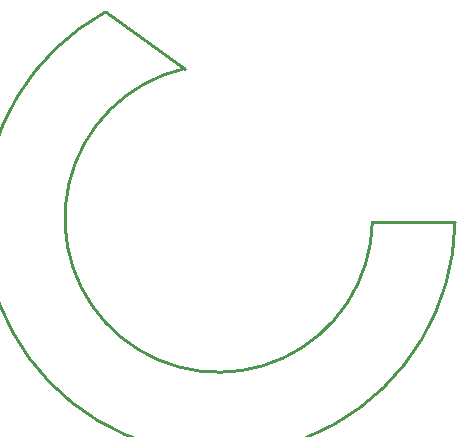
<source format=gbr>
G04 #@! TF.GenerationSoftware,KiCad,Pcbnew,6.0.4-6f826c9f35~116~ubuntu21.10.1*
G04 #@! TF.CreationDate,2023-01-05T16:01:05-05:00*
G04 #@! TF.ProjectId,T36VAIllumination,54333656-4149-46c6-9c75-6d696e617469,rev?*
G04 #@! TF.SameCoordinates,PX1c9c380PYa21fe80*
G04 #@! TF.FileFunction,Profile,NP*
%FSLAX46Y46*%
G04 Gerber Fmt 4.6, Leading zero omitted, Abs format (unit mm)*
G04 Created by KiCad (PCBNEW 6.0.4-6f826c9f35~116~ubuntu21.10.1) date 2023-01-05 16:01:05*
%MOMM*%
%LPD*%
G01*
G04 APERTURE LIST*
G04 #@! TA.AperFunction,Profile*
%ADD10C,0.250000*%
G04 #@! TD*
G04 APERTURE END LIST*
D10*
X10400000Y37500000D02*
G75*
G03*
X39990000Y19700000I9623889J-17496245D01*
G01*
X17100106Y32699533D02*
G75*
G03*
X32990000Y19700000I2875307J-12696608D01*
G01*
X32990000Y19700000D02*
X39990000Y19700000D01*
X10400000Y37500000D02*
X17100000Y32700000D01*
M02*

</source>
